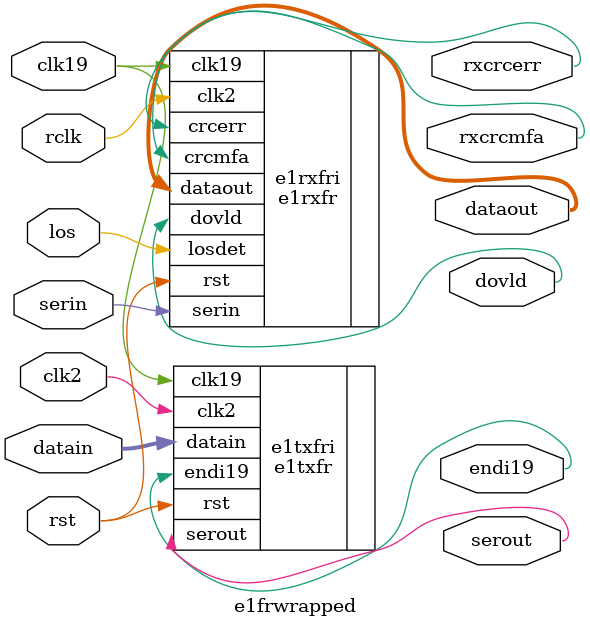
<source format=v>

module e1frwrapped
    (
     clk2,
     clk19,
     rst,

     serin, // from HDB3
     serout,//to hdb3

     rclk, //from rx LIU

     //to VC VT
     dataout,
     dovld,

     //from VC VT
     datain,
     endi19,

     //from LIU
     los,

     //crc monitor
     rxcrcerr,
     rxcrcmfa
     );

////////////////////////////////////////////////////////////////////////////////
// Parameter declarations

parameter WID = 8;

////////////////////////////////////////////////////////////////////////////////
// Port declarations

input   clk2;
input   clk19;
input   rst;

input   serin;
output  serout;

input   rclk;

output [WID-1:0] dataout;
output           dovld;

input [WID-1:0]  datain;
output           endi19;

input            los;
output           rxcrcerr;
output           rxcrcmfa;

////////////////////////////////////////////////////////////////////////////////
// Output declarations


////////////////////////////////////////////////////////////////////////////////
// Local logic and instantiation

e1rxfr e1rxfri
    (
     .clk2(rclk),  //e1 clock
     .clk19(clk19), //sys clock
     .rst(rst),   //atcive high reset

     //from HDB3
     .serin(serin),         //serial input

     //to VC VT
     .dataout(dataout),            //8 bit data out
     .dovld(dovld),         //data out valid

     //From LIU
     .losdet(los),         //loss of signal detect
     .crcerr(rxcrcerr),
     .crcmfa(rxcrcmfa)
     );

e1txfr e1txfri
    (
     .clk2(clk2),
     .clk19(clk19),
     .rst(rst),

     //to VC VT
     .datain(datain),
     .endi19(endi19), //data in enable

     //to HDB3 Encoder
     .serout(serout)
     );

endmodule 

</source>
